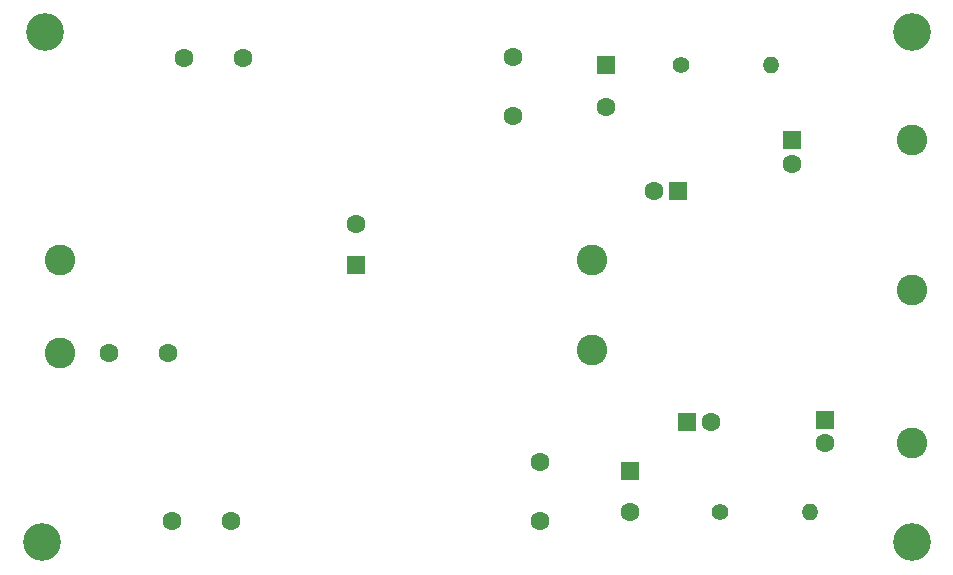
<source format=gbr>
G04 #@! TF.GenerationSoftware,KiCad,Pcbnew,(5.1.7-0-10_14)*
G04 #@! TF.CreationDate,2020-10-25T16:19:11+01:00*
G04 #@! TF.ProjectId,pre-amp-discret,7072652d-616d-4702-9d64-697363726574,rev?*
G04 #@! TF.SameCoordinates,Original*
G04 #@! TF.FileFunction,Soldermask,Bot*
G04 #@! TF.FilePolarity,Negative*
%FSLAX46Y46*%
G04 Gerber Fmt 4.6, Leading zero omitted, Abs format (unit mm)*
G04 Created by KiCad (PCBNEW (5.1.7-0-10_14)) date 2020-10-25 16:19:11*
%MOMM*%
%LPD*%
G01*
G04 APERTURE LIST*
%ADD10C,1.600000*%
%ADD11O,1.400000X1.400000*%
%ADD12C,1.400000*%
%ADD13C,2.600000*%
%ADD14C,3.200000*%
%ADD15R,1.600000X1.600000*%
G04 APERTURE END LIST*
D10*
X136986000Y-141732000D03*
X141986000Y-141732000D03*
X143002000Y-102489000D03*
X138002000Y-102489000D03*
X168148000Y-136732000D03*
X168148000Y-141732000D03*
X165862000Y-102442000D03*
X165862000Y-107442000D03*
D11*
X191008000Y-140970000D03*
D12*
X183388000Y-140970000D03*
D11*
X187706000Y-103124000D03*
D12*
X180086000Y-103124000D03*
D13*
X172593000Y-127254000D03*
X172593000Y-119634000D03*
X199644000Y-122174000D03*
X127508000Y-127508000D03*
X199644000Y-135128000D03*
X127508000Y-119634000D03*
X199644000Y-109474000D03*
D14*
X126238000Y-100330000D03*
X125984000Y-143510000D03*
X199644000Y-143510000D03*
X199644000Y-100330000D03*
D10*
X182626000Y-133350000D03*
D15*
X180626000Y-133350000D03*
D10*
X192278000Y-135128000D03*
D15*
X192278000Y-133128000D03*
D10*
X177832000Y-113792000D03*
D15*
X179832000Y-113792000D03*
D10*
X189484000Y-111474000D03*
D15*
X189484000Y-109474000D03*
D10*
X152590500Y-116522500D03*
D15*
X152590500Y-120022500D03*
D10*
X175768000Y-140970000D03*
D15*
X175768000Y-137470000D03*
D10*
X131652000Y-127508000D03*
X136652000Y-127508000D03*
X173736000Y-106624000D03*
D15*
X173736000Y-103124000D03*
M02*

</source>
